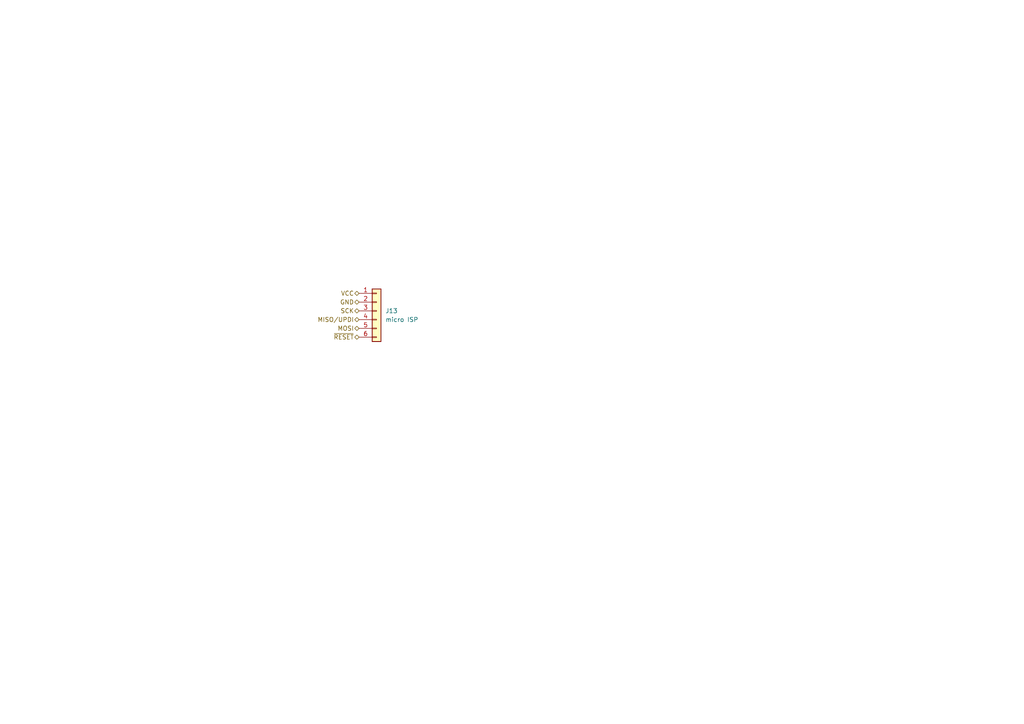
<source format=kicad_sch>
(kicad_sch (version 20211123) (generator eeschema)
  (paper "A4")
  (lib_symbols
    (symbol "Connector_Generic:Conn_01x06" (pin_names (offset 1.016) hide)
      (property "Reference" "J" (at 0 7.62 0))
      (property "Value" "Conn_01x06" (at 0 -10.16 0))
      (symbol "Conn_01x06_1_1"
        (rectangle (start -1.27 -7.493) (end 0 -7.747) (stroke (width 0.1524)))
        (rectangle (start -1.27 -4.953) (end 0 -5.207) (stroke (width 0.1524)))
        (rectangle (start -1.27 -2.413) (end 0 -2.667) (stroke (width 0.1524)))
        (rectangle (start -1.27 0.127) (end 0 -0.127) (stroke (width 0.1524)))
        (rectangle (start -1.27 2.667) (end 0 2.413) (stroke (width 0.1524)))
        (rectangle (start -1.27 5.207) (end 0 4.953) (stroke (width 0.1524)))
        (rectangle (start -1.27 6.35) (end 1.27 -8.89) (stroke (width 0.254)) (fill (type background)))
        (pin passive line (at -5.08 5.08 0) (length 3.81) (name "Pin_1") (number "1"))
        (pin passive line (at -5.08 2.54 0) (length 3.81) (name "Pin_2") (number "2"))
        (pin passive line (at -5.08 0 0) (length 3.81) (name "Pin_3") (number "3"))
        (pin passive line (at -5.08 -2.54 0) (length 3.81) (name "Pin_4") (number "4"))
        (pin passive line (at -5.08 -5.08 0) (length 3.81) (name "Pin_5") (number "5"))
        (pin passive line (at -5.08 -7.62 0) (length 3.81) (name "Pin_6") (number "6"))
      )
    )
  )
  (hierarchical_label "VCC" (shape bidirectional) (at 104.14 85.09 180))
  (hierarchical_label "GND" (shape bidirectional) (at 104.14 87.63 180))
  (hierarchical_label "MISO{slash}UPDI" (shape bidirectional) (at 104.14 92.71 180))
  (hierarchical_label "SCK" (shape bidirectional) (at 104.14 90.17 180))
  (hierarchical_label "~{RESET}" (shape bidirectional) (at 104.14 97.79 180))
  (hierarchical_label "MOSI" (shape bidirectional) (at 104.14 95.25 180))
  (symbol (lib_id "Connector_Generic:Conn_01x06") (at 109.22 90.17 0) (unit 1)
    (property "Reference" "J13" (at 111.76 90.1699 0) (effects (justify left)))
    (property "Value" "micro ISP" (at 111.76 92.7099 0) (effects (justify left)))
    (property "Footprint" "Connector_pad_1.27mm:Connector_pad_1x06_L10_P1.27mm" (effects hide))
  )
)
</source>
